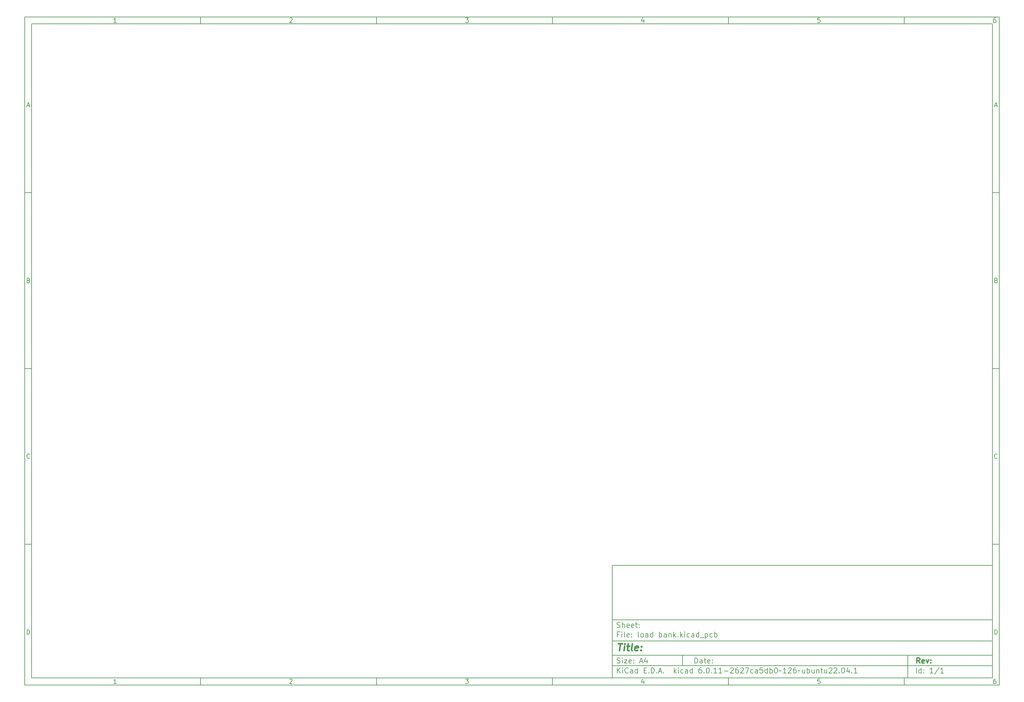
<source format=gbr>
%TF.GenerationSoftware,KiCad,Pcbnew,6.0.11-2627ca5db0~126~ubuntu22.04.1*%
%TF.CreationDate,2023-02-06T20:19:17-05:00*%
%TF.ProjectId,load bank,6c6f6164-2062-4616-9e6b-2e6b69636164,rev?*%
%TF.SameCoordinates,Original*%
%TF.FileFunction,Paste,Top*%
%TF.FilePolarity,Positive*%
%FSLAX46Y46*%
G04 Gerber Fmt 4.6, Leading zero omitted, Abs format (unit mm)*
G04 Created by KiCad (PCBNEW 6.0.11-2627ca5db0~126~ubuntu22.04.1) date 2023-02-06 20:19:17*
%MOMM*%
%LPD*%
G01*
G04 APERTURE LIST*
%ADD10C,0.100000*%
%ADD11C,0.150000*%
%ADD12C,0.300000*%
%ADD13C,0.400000*%
G04 APERTURE END LIST*
D10*
D11*
X177002200Y-166007200D02*
X177002200Y-198007200D01*
X285002200Y-198007200D01*
X285002200Y-166007200D01*
X177002200Y-166007200D01*
D10*
D11*
X10000000Y-10000000D02*
X10000000Y-200007200D01*
X287002200Y-200007200D01*
X287002200Y-10000000D01*
X10000000Y-10000000D01*
D10*
D11*
X12000000Y-12000000D02*
X12000000Y-198007200D01*
X285002200Y-198007200D01*
X285002200Y-12000000D01*
X12000000Y-12000000D01*
D10*
D11*
X60000000Y-12000000D02*
X60000000Y-10000000D01*
D10*
D11*
X110000000Y-12000000D02*
X110000000Y-10000000D01*
D10*
D11*
X160000000Y-12000000D02*
X160000000Y-10000000D01*
D10*
D11*
X210000000Y-12000000D02*
X210000000Y-10000000D01*
D10*
D11*
X260000000Y-12000000D02*
X260000000Y-10000000D01*
D10*
D11*
X36065476Y-11588095D02*
X35322619Y-11588095D01*
X35694047Y-11588095D02*
X35694047Y-10288095D01*
X35570238Y-10473809D01*
X35446428Y-10597619D01*
X35322619Y-10659523D01*
D10*
D11*
X85322619Y-10411904D02*
X85384523Y-10350000D01*
X85508333Y-10288095D01*
X85817857Y-10288095D01*
X85941666Y-10350000D01*
X86003571Y-10411904D01*
X86065476Y-10535714D01*
X86065476Y-10659523D01*
X86003571Y-10845238D01*
X85260714Y-11588095D01*
X86065476Y-11588095D01*
D10*
D11*
X135260714Y-10288095D02*
X136065476Y-10288095D01*
X135632142Y-10783333D01*
X135817857Y-10783333D01*
X135941666Y-10845238D01*
X136003571Y-10907142D01*
X136065476Y-11030952D01*
X136065476Y-11340476D01*
X136003571Y-11464285D01*
X135941666Y-11526190D01*
X135817857Y-11588095D01*
X135446428Y-11588095D01*
X135322619Y-11526190D01*
X135260714Y-11464285D01*
D10*
D11*
X185941666Y-10721428D02*
X185941666Y-11588095D01*
X185632142Y-10226190D02*
X185322619Y-11154761D01*
X186127380Y-11154761D01*
D10*
D11*
X236003571Y-10288095D02*
X235384523Y-10288095D01*
X235322619Y-10907142D01*
X235384523Y-10845238D01*
X235508333Y-10783333D01*
X235817857Y-10783333D01*
X235941666Y-10845238D01*
X236003571Y-10907142D01*
X236065476Y-11030952D01*
X236065476Y-11340476D01*
X236003571Y-11464285D01*
X235941666Y-11526190D01*
X235817857Y-11588095D01*
X235508333Y-11588095D01*
X235384523Y-11526190D01*
X235322619Y-11464285D01*
D10*
D11*
X285941666Y-10288095D02*
X285694047Y-10288095D01*
X285570238Y-10350000D01*
X285508333Y-10411904D01*
X285384523Y-10597619D01*
X285322619Y-10845238D01*
X285322619Y-11340476D01*
X285384523Y-11464285D01*
X285446428Y-11526190D01*
X285570238Y-11588095D01*
X285817857Y-11588095D01*
X285941666Y-11526190D01*
X286003571Y-11464285D01*
X286065476Y-11340476D01*
X286065476Y-11030952D01*
X286003571Y-10907142D01*
X285941666Y-10845238D01*
X285817857Y-10783333D01*
X285570238Y-10783333D01*
X285446428Y-10845238D01*
X285384523Y-10907142D01*
X285322619Y-11030952D01*
D10*
D11*
X60000000Y-198007200D02*
X60000000Y-200007200D01*
D10*
D11*
X110000000Y-198007200D02*
X110000000Y-200007200D01*
D10*
D11*
X160000000Y-198007200D02*
X160000000Y-200007200D01*
D10*
D11*
X210000000Y-198007200D02*
X210000000Y-200007200D01*
D10*
D11*
X260000000Y-198007200D02*
X260000000Y-200007200D01*
D10*
D11*
X36065476Y-199595295D02*
X35322619Y-199595295D01*
X35694047Y-199595295D02*
X35694047Y-198295295D01*
X35570238Y-198481009D01*
X35446428Y-198604819D01*
X35322619Y-198666723D01*
D10*
D11*
X85322619Y-198419104D02*
X85384523Y-198357200D01*
X85508333Y-198295295D01*
X85817857Y-198295295D01*
X85941666Y-198357200D01*
X86003571Y-198419104D01*
X86065476Y-198542914D01*
X86065476Y-198666723D01*
X86003571Y-198852438D01*
X85260714Y-199595295D01*
X86065476Y-199595295D01*
D10*
D11*
X135260714Y-198295295D02*
X136065476Y-198295295D01*
X135632142Y-198790533D01*
X135817857Y-198790533D01*
X135941666Y-198852438D01*
X136003571Y-198914342D01*
X136065476Y-199038152D01*
X136065476Y-199347676D01*
X136003571Y-199471485D01*
X135941666Y-199533390D01*
X135817857Y-199595295D01*
X135446428Y-199595295D01*
X135322619Y-199533390D01*
X135260714Y-199471485D01*
D10*
D11*
X185941666Y-198728628D02*
X185941666Y-199595295D01*
X185632142Y-198233390D02*
X185322619Y-199161961D01*
X186127380Y-199161961D01*
D10*
D11*
X236003571Y-198295295D02*
X235384523Y-198295295D01*
X235322619Y-198914342D01*
X235384523Y-198852438D01*
X235508333Y-198790533D01*
X235817857Y-198790533D01*
X235941666Y-198852438D01*
X236003571Y-198914342D01*
X236065476Y-199038152D01*
X236065476Y-199347676D01*
X236003571Y-199471485D01*
X235941666Y-199533390D01*
X235817857Y-199595295D01*
X235508333Y-199595295D01*
X235384523Y-199533390D01*
X235322619Y-199471485D01*
D10*
D11*
X285941666Y-198295295D02*
X285694047Y-198295295D01*
X285570238Y-198357200D01*
X285508333Y-198419104D01*
X285384523Y-198604819D01*
X285322619Y-198852438D01*
X285322619Y-199347676D01*
X285384523Y-199471485D01*
X285446428Y-199533390D01*
X285570238Y-199595295D01*
X285817857Y-199595295D01*
X285941666Y-199533390D01*
X286003571Y-199471485D01*
X286065476Y-199347676D01*
X286065476Y-199038152D01*
X286003571Y-198914342D01*
X285941666Y-198852438D01*
X285817857Y-198790533D01*
X285570238Y-198790533D01*
X285446428Y-198852438D01*
X285384523Y-198914342D01*
X285322619Y-199038152D01*
D10*
D11*
X10000000Y-60000000D02*
X12000000Y-60000000D01*
D10*
D11*
X10000000Y-110000000D02*
X12000000Y-110000000D01*
D10*
D11*
X10000000Y-160000000D02*
X12000000Y-160000000D01*
D10*
D11*
X10690476Y-35216666D02*
X11309523Y-35216666D01*
X10566666Y-35588095D02*
X11000000Y-34288095D01*
X11433333Y-35588095D01*
D10*
D11*
X11092857Y-84907142D02*
X11278571Y-84969047D01*
X11340476Y-85030952D01*
X11402380Y-85154761D01*
X11402380Y-85340476D01*
X11340476Y-85464285D01*
X11278571Y-85526190D01*
X11154761Y-85588095D01*
X10659523Y-85588095D01*
X10659523Y-84288095D01*
X11092857Y-84288095D01*
X11216666Y-84350000D01*
X11278571Y-84411904D01*
X11340476Y-84535714D01*
X11340476Y-84659523D01*
X11278571Y-84783333D01*
X11216666Y-84845238D01*
X11092857Y-84907142D01*
X10659523Y-84907142D01*
D10*
D11*
X11402380Y-135464285D02*
X11340476Y-135526190D01*
X11154761Y-135588095D01*
X11030952Y-135588095D01*
X10845238Y-135526190D01*
X10721428Y-135402380D01*
X10659523Y-135278571D01*
X10597619Y-135030952D01*
X10597619Y-134845238D01*
X10659523Y-134597619D01*
X10721428Y-134473809D01*
X10845238Y-134350000D01*
X11030952Y-134288095D01*
X11154761Y-134288095D01*
X11340476Y-134350000D01*
X11402380Y-134411904D01*
D10*
D11*
X10659523Y-185588095D02*
X10659523Y-184288095D01*
X10969047Y-184288095D01*
X11154761Y-184350000D01*
X11278571Y-184473809D01*
X11340476Y-184597619D01*
X11402380Y-184845238D01*
X11402380Y-185030952D01*
X11340476Y-185278571D01*
X11278571Y-185402380D01*
X11154761Y-185526190D01*
X10969047Y-185588095D01*
X10659523Y-185588095D01*
D10*
D11*
X287002200Y-60000000D02*
X285002200Y-60000000D01*
D10*
D11*
X287002200Y-110000000D02*
X285002200Y-110000000D01*
D10*
D11*
X287002200Y-160000000D02*
X285002200Y-160000000D01*
D10*
D11*
X285692676Y-35216666D02*
X286311723Y-35216666D01*
X285568866Y-35588095D02*
X286002200Y-34288095D01*
X286435533Y-35588095D01*
D10*
D11*
X286095057Y-84907142D02*
X286280771Y-84969047D01*
X286342676Y-85030952D01*
X286404580Y-85154761D01*
X286404580Y-85340476D01*
X286342676Y-85464285D01*
X286280771Y-85526190D01*
X286156961Y-85588095D01*
X285661723Y-85588095D01*
X285661723Y-84288095D01*
X286095057Y-84288095D01*
X286218866Y-84350000D01*
X286280771Y-84411904D01*
X286342676Y-84535714D01*
X286342676Y-84659523D01*
X286280771Y-84783333D01*
X286218866Y-84845238D01*
X286095057Y-84907142D01*
X285661723Y-84907142D01*
D10*
D11*
X286404580Y-135464285D02*
X286342676Y-135526190D01*
X286156961Y-135588095D01*
X286033152Y-135588095D01*
X285847438Y-135526190D01*
X285723628Y-135402380D01*
X285661723Y-135278571D01*
X285599819Y-135030952D01*
X285599819Y-134845238D01*
X285661723Y-134597619D01*
X285723628Y-134473809D01*
X285847438Y-134350000D01*
X286033152Y-134288095D01*
X286156961Y-134288095D01*
X286342676Y-134350000D01*
X286404580Y-134411904D01*
D10*
D11*
X285661723Y-185588095D02*
X285661723Y-184288095D01*
X285971247Y-184288095D01*
X286156961Y-184350000D01*
X286280771Y-184473809D01*
X286342676Y-184597619D01*
X286404580Y-184845238D01*
X286404580Y-185030952D01*
X286342676Y-185278571D01*
X286280771Y-185402380D01*
X286156961Y-185526190D01*
X285971247Y-185588095D01*
X285661723Y-185588095D01*
D10*
D11*
X200434342Y-193785771D02*
X200434342Y-192285771D01*
X200791485Y-192285771D01*
X201005771Y-192357200D01*
X201148628Y-192500057D01*
X201220057Y-192642914D01*
X201291485Y-192928628D01*
X201291485Y-193142914D01*
X201220057Y-193428628D01*
X201148628Y-193571485D01*
X201005771Y-193714342D01*
X200791485Y-193785771D01*
X200434342Y-193785771D01*
X202577200Y-193785771D02*
X202577200Y-193000057D01*
X202505771Y-192857200D01*
X202362914Y-192785771D01*
X202077200Y-192785771D01*
X201934342Y-192857200D01*
X202577200Y-193714342D02*
X202434342Y-193785771D01*
X202077200Y-193785771D01*
X201934342Y-193714342D01*
X201862914Y-193571485D01*
X201862914Y-193428628D01*
X201934342Y-193285771D01*
X202077200Y-193214342D01*
X202434342Y-193214342D01*
X202577200Y-193142914D01*
X203077200Y-192785771D02*
X203648628Y-192785771D01*
X203291485Y-192285771D02*
X203291485Y-193571485D01*
X203362914Y-193714342D01*
X203505771Y-193785771D01*
X203648628Y-193785771D01*
X204720057Y-193714342D02*
X204577200Y-193785771D01*
X204291485Y-193785771D01*
X204148628Y-193714342D01*
X204077200Y-193571485D01*
X204077200Y-193000057D01*
X204148628Y-192857200D01*
X204291485Y-192785771D01*
X204577200Y-192785771D01*
X204720057Y-192857200D01*
X204791485Y-193000057D01*
X204791485Y-193142914D01*
X204077200Y-193285771D01*
X205434342Y-193642914D02*
X205505771Y-193714342D01*
X205434342Y-193785771D01*
X205362914Y-193714342D01*
X205434342Y-193642914D01*
X205434342Y-193785771D01*
X205434342Y-192857200D02*
X205505771Y-192928628D01*
X205434342Y-193000057D01*
X205362914Y-192928628D01*
X205434342Y-192857200D01*
X205434342Y-193000057D01*
D10*
D11*
X177002200Y-194507200D02*
X285002200Y-194507200D01*
D10*
D11*
X178434342Y-196585771D02*
X178434342Y-195085771D01*
X179291485Y-196585771D02*
X178648628Y-195728628D01*
X179291485Y-195085771D02*
X178434342Y-195942914D01*
X179934342Y-196585771D02*
X179934342Y-195585771D01*
X179934342Y-195085771D02*
X179862914Y-195157200D01*
X179934342Y-195228628D01*
X180005771Y-195157200D01*
X179934342Y-195085771D01*
X179934342Y-195228628D01*
X181505771Y-196442914D02*
X181434342Y-196514342D01*
X181220057Y-196585771D01*
X181077200Y-196585771D01*
X180862914Y-196514342D01*
X180720057Y-196371485D01*
X180648628Y-196228628D01*
X180577200Y-195942914D01*
X180577200Y-195728628D01*
X180648628Y-195442914D01*
X180720057Y-195300057D01*
X180862914Y-195157200D01*
X181077200Y-195085771D01*
X181220057Y-195085771D01*
X181434342Y-195157200D01*
X181505771Y-195228628D01*
X182791485Y-196585771D02*
X182791485Y-195800057D01*
X182720057Y-195657200D01*
X182577200Y-195585771D01*
X182291485Y-195585771D01*
X182148628Y-195657200D01*
X182791485Y-196514342D02*
X182648628Y-196585771D01*
X182291485Y-196585771D01*
X182148628Y-196514342D01*
X182077200Y-196371485D01*
X182077200Y-196228628D01*
X182148628Y-196085771D01*
X182291485Y-196014342D01*
X182648628Y-196014342D01*
X182791485Y-195942914D01*
X184148628Y-196585771D02*
X184148628Y-195085771D01*
X184148628Y-196514342D02*
X184005771Y-196585771D01*
X183720057Y-196585771D01*
X183577200Y-196514342D01*
X183505771Y-196442914D01*
X183434342Y-196300057D01*
X183434342Y-195871485D01*
X183505771Y-195728628D01*
X183577200Y-195657200D01*
X183720057Y-195585771D01*
X184005771Y-195585771D01*
X184148628Y-195657200D01*
X186005771Y-195800057D02*
X186505771Y-195800057D01*
X186720057Y-196585771D02*
X186005771Y-196585771D01*
X186005771Y-195085771D01*
X186720057Y-195085771D01*
X187362914Y-196442914D02*
X187434342Y-196514342D01*
X187362914Y-196585771D01*
X187291485Y-196514342D01*
X187362914Y-196442914D01*
X187362914Y-196585771D01*
X188077200Y-196585771D02*
X188077200Y-195085771D01*
X188434342Y-195085771D01*
X188648628Y-195157200D01*
X188791485Y-195300057D01*
X188862914Y-195442914D01*
X188934342Y-195728628D01*
X188934342Y-195942914D01*
X188862914Y-196228628D01*
X188791485Y-196371485D01*
X188648628Y-196514342D01*
X188434342Y-196585771D01*
X188077200Y-196585771D01*
X189577200Y-196442914D02*
X189648628Y-196514342D01*
X189577200Y-196585771D01*
X189505771Y-196514342D01*
X189577200Y-196442914D01*
X189577200Y-196585771D01*
X190220057Y-196157200D02*
X190934342Y-196157200D01*
X190077200Y-196585771D02*
X190577200Y-195085771D01*
X191077200Y-196585771D01*
X191577200Y-196442914D02*
X191648628Y-196514342D01*
X191577200Y-196585771D01*
X191505771Y-196514342D01*
X191577200Y-196442914D01*
X191577200Y-196585771D01*
X194577200Y-196585771D02*
X194577200Y-195085771D01*
X194720057Y-196014342D02*
X195148628Y-196585771D01*
X195148628Y-195585771D02*
X194577200Y-196157200D01*
X195791485Y-196585771D02*
X195791485Y-195585771D01*
X195791485Y-195085771D02*
X195720057Y-195157200D01*
X195791485Y-195228628D01*
X195862914Y-195157200D01*
X195791485Y-195085771D01*
X195791485Y-195228628D01*
X197148628Y-196514342D02*
X197005771Y-196585771D01*
X196720057Y-196585771D01*
X196577200Y-196514342D01*
X196505771Y-196442914D01*
X196434342Y-196300057D01*
X196434342Y-195871485D01*
X196505771Y-195728628D01*
X196577200Y-195657200D01*
X196720057Y-195585771D01*
X197005771Y-195585771D01*
X197148628Y-195657200D01*
X198434342Y-196585771D02*
X198434342Y-195800057D01*
X198362914Y-195657200D01*
X198220057Y-195585771D01*
X197934342Y-195585771D01*
X197791485Y-195657200D01*
X198434342Y-196514342D02*
X198291485Y-196585771D01*
X197934342Y-196585771D01*
X197791485Y-196514342D01*
X197720057Y-196371485D01*
X197720057Y-196228628D01*
X197791485Y-196085771D01*
X197934342Y-196014342D01*
X198291485Y-196014342D01*
X198434342Y-195942914D01*
X199791485Y-196585771D02*
X199791485Y-195085771D01*
X199791485Y-196514342D02*
X199648628Y-196585771D01*
X199362914Y-196585771D01*
X199220057Y-196514342D01*
X199148628Y-196442914D01*
X199077200Y-196300057D01*
X199077200Y-195871485D01*
X199148628Y-195728628D01*
X199220057Y-195657200D01*
X199362914Y-195585771D01*
X199648628Y-195585771D01*
X199791485Y-195657200D01*
X202291485Y-195085771D02*
X202005771Y-195085771D01*
X201862914Y-195157200D01*
X201791485Y-195228628D01*
X201648628Y-195442914D01*
X201577200Y-195728628D01*
X201577200Y-196300057D01*
X201648628Y-196442914D01*
X201720057Y-196514342D01*
X201862914Y-196585771D01*
X202148628Y-196585771D01*
X202291485Y-196514342D01*
X202362914Y-196442914D01*
X202434342Y-196300057D01*
X202434342Y-195942914D01*
X202362914Y-195800057D01*
X202291485Y-195728628D01*
X202148628Y-195657200D01*
X201862914Y-195657200D01*
X201720057Y-195728628D01*
X201648628Y-195800057D01*
X201577200Y-195942914D01*
X203077200Y-196442914D02*
X203148628Y-196514342D01*
X203077200Y-196585771D01*
X203005771Y-196514342D01*
X203077200Y-196442914D01*
X203077200Y-196585771D01*
X204077200Y-195085771D02*
X204220057Y-195085771D01*
X204362914Y-195157200D01*
X204434342Y-195228628D01*
X204505771Y-195371485D01*
X204577200Y-195657200D01*
X204577200Y-196014342D01*
X204505771Y-196300057D01*
X204434342Y-196442914D01*
X204362914Y-196514342D01*
X204220057Y-196585771D01*
X204077200Y-196585771D01*
X203934342Y-196514342D01*
X203862914Y-196442914D01*
X203791485Y-196300057D01*
X203720057Y-196014342D01*
X203720057Y-195657200D01*
X203791485Y-195371485D01*
X203862914Y-195228628D01*
X203934342Y-195157200D01*
X204077200Y-195085771D01*
X205220057Y-196442914D02*
X205291485Y-196514342D01*
X205220057Y-196585771D01*
X205148628Y-196514342D01*
X205220057Y-196442914D01*
X205220057Y-196585771D01*
X206720057Y-196585771D02*
X205862914Y-196585771D01*
X206291485Y-196585771D02*
X206291485Y-195085771D01*
X206148628Y-195300057D01*
X206005771Y-195442914D01*
X205862914Y-195514342D01*
X208148628Y-196585771D02*
X207291485Y-196585771D01*
X207720057Y-196585771D02*
X207720057Y-195085771D01*
X207577200Y-195300057D01*
X207434342Y-195442914D01*
X207291485Y-195514342D01*
X208791485Y-196014342D02*
X209934342Y-196014342D01*
X210577200Y-195228628D02*
X210648628Y-195157200D01*
X210791485Y-195085771D01*
X211148628Y-195085771D01*
X211291485Y-195157200D01*
X211362914Y-195228628D01*
X211434342Y-195371485D01*
X211434342Y-195514342D01*
X211362914Y-195728628D01*
X210505771Y-196585771D01*
X211434342Y-196585771D01*
X212720057Y-195085771D02*
X212434342Y-195085771D01*
X212291485Y-195157200D01*
X212220057Y-195228628D01*
X212077200Y-195442914D01*
X212005771Y-195728628D01*
X212005771Y-196300057D01*
X212077200Y-196442914D01*
X212148628Y-196514342D01*
X212291485Y-196585771D01*
X212577200Y-196585771D01*
X212720057Y-196514342D01*
X212791485Y-196442914D01*
X212862914Y-196300057D01*
X212862914Y-195942914D01*
X212791485Y-195800057D01*
X212720057Y-195728628D01*
X212577200Y-195657200D01*
X212291485Y-195657200D01*
X212148628Y-195728628D01*
X212077200Y-195800057D01*
X212005771Y-195942914D01*
X213434342Y-195228628D02*
X213505771Y-195157200D01*
X213648628Y-195085771D01*
X214005771Y-195085771D01*
X214148628Y-195157200D01*
X214220057Y-195228628D01*
X214291485Y-195371485D01*
X214291485Y-195514342D01*
X214220057Y-195728628D01*
X213362914Y-196585771D01*
X214291485Y-196585771D01*
X214791485Y-195085771D02*
X215791485Y-195085771D01*
X215148628Y-196585771D01*
X217005771Y-196514342D02*
X216862914Y-196585771D01*
X216577200Y-196585771D01*
X216434342Y-196514342D01*
X216362914Y-196442914D01*
X216291485Y-196300057D01*
X216291485Y-195871485D01*
X216362914Y-195728628D01*
X216434342Y-195657200D01*
X216577200Y-195585771D01*
X216862914Y-195585771D01*
X217005771Y-195657200D01*
X218291485Y-196585771D02*
X218291485Y-195800057D01*
X218220057Y-195657200D01*
X218077200Y-195585771D01*
X217791485Y-195585771D01*
X217648628Y-195657200D01*
X218291485Y-196514342D02*
X218148628Y-196585771D01*
X217791485Y-196585771D01*
X217648628Y-196514342D01*
X217577200Y-196371485D01*
X217577200Y-196228628D01*
X217648628Y-196085771D01*
X217791485Y-196014342D01*
X218148628Y-196014342D01*
X218291485Y-195942914D01*
X219720057Y-195085771D02*
X219005771Y-195085771D01*
X218934342Y-195800057D01*
X219005771Y-195728628D01*
X219148628Y-195657200D01*
X219505771Y-195657200D01*
X219648628Y-195728628D01*
X219720057Y-195800057D01*
X219791485Y-195942914D01*
X219791485Y-196300057D01*
X219720057Y-196442914D01*
X219648628Y-196514342D01*
X219505771Y-196585771D01*
X219148628Y-196585771D01*
X219005771Y-196514342D01*
X218934342Y-196442914D01*
X221077200Y-196585771D02*
X221077200Y-195085771D01*
X221077200Y-196514342D02*
X220934342Y-196585771D01*
X220648628Y-196585771D01*
X220505771Y-196514342D01*
X220434342Y-196442914D01*
X220362914Y-196300057D01*
X220362914Y-195871485D01*
X220434342Y-195728628D01*
X220505771Y-195657200D01*
X220648628Y-195585771D01*
X220934342Y-195585771D01*
X221077200Y-195657200D01*
X221791485Y-196585771D02*
X221791485Y-195085771D01*
X221791485Y-195657200D02*
X221934342Y-195585771D01*
X222220057Y-195585771D01*
X222362914Y-195657200D01*
X222434342Y-195728628D01*
X222505771Y-195871485D01*
X222505771Y-196300057D01*
X222434342Y-196442914D01*
X222362914Y-196514342D01*
X222220057Y-196585771D01*
X221934342Y-196585771D01*
X221791485Y-196514342D01*
X223434342Y-195085771D02*
X223577200Y-195085771D01*
X223720057Y-195157200D01*
X223791485Y-195228628D01*
X223862914Y-195371485D01*
X223934342Y-195657200D01*
X223934342Y-196014342D01*
X223862914Y-196300057D01*
X223791485Y-196442914D01*
X223720057Y-196514342D01*
X223577200Y-196585771D01*
X223434342Y-196585771D01*
X223291485Y-196514342D01*
X223220057Y-196442914D01*
X223148628Y-196300057D01*
X223077200Y-196014342D01*
X223077200Y-195657200D01*
X223148628Y-195371485D01*
X223220057Y-195228628D01*
X223291485Y-195157200D01*
X223434342Y-195085771D01*
X224362914Y-196014342D02*
X224434342Y-195942914D01*
X224577200Y-195871485D01*
X224862914Y-196014342D01*
X225005771Y-195942914D01*
X225077200Y-195871485D01*
X226434342Y-196585771D02*
X225577200Y-196585771D01*
X226005771Y-196585771D02*
X226005771Y-195085771D01*
X225862914Y-195300057D01*
X225720057Y-195442914D01*
X225577200Y-195514342D01*
X227005771Y-195228628D02*
X227077200Y-195157200D01*
X227220057Y-195085771D01*
X227577200Y-195085771D01*
X227720057Y-195157200D01*
X227791485Y-195228628D01*
X227862914Y-195371485D01*
X227862914Y-195514342D01*
X227791485Y-195728628D01*
X226934342Y-196585771D01*
X227862914Y-196585771D01*
X229148628Y-195085771D02*
X228862914Y-195085771D01*
X228720057Y-195157200D01*
X228648628Y-195228628D01*
X228505771Y-195442914D01*
X228434342Y-195728628D01*
X228434342Y-196300057D01*
X228505771Y-196442914D01*
X228577199Y-196514342D01*
X228720057Y-196585771D01*
X229005771Y-196585771D01*
X229148628Y-196514342D01*
X229220057Y-196442914D01*
X229291485Y-196300057D01*
X229291485Y-195942914D01*
X229220057Y-195800057D01*
X229148628Y-195728628D01*
X229005771Y-195657200D01*
X228720057Y-195657200D01*
X228577199Y-195728628D01*
X228505771Y-195800057D01*
X228434342Y-195942914D01*
X229720057Y-196014342D02*
X229791485Y-195942914D01*
X229934342Y-195871485D01*
X230220057Y-196014342D01*
X230362914Y-195942914D01*
X230434342Y-195871485D01*
X231648628Y-195585771D02*
X231648628Y-196585771D01*
X231005771Y-195585771D02*
X231005771Y-196371485D01*
X231077199Y-196514342D01*
X231220057Y-196585771D01*
X231434342Y-196585771D01*
X231577199Y-196514342D01*
X231648628Y-196442914D01*
X232362914Y-196585771D02*
X232362914Y-195085771D01*
X232362914Y-195657200D02*
X232505771Y-195585771D01*
X232791485Y-195585771D01*
X232934342Y-195657200D01*
X233005771Y-195728628D01*
X233077200Y-195871485D01*
X233077200Y-196300057D01*
X233005771Y-196442914D01*
X232934342Y-196514342D01*
X232791485Y-196585771D01*
X232505771Y-196585771D01*
X232362914Y-196514342D01*
X234362914Y-195585771D02*
X234362914Y-196585771D01*
X233720057Y-195585771D02*
X233720057Y-196371485D01*
X233791485Y-196514342D01*
X233934342Y-196585771D01*
X234148628Y-196585771D01*
X234291485Y-196514342D01*
X234362914Y-196442914D01*
X235077200Y-195585771D02*
X235077200Y-196585771D01*
X235077200Y-195728628D02*
X235148628Y-195657200D01*
X235291485Y-195585771D01*
X235505771Y-195585771D01*
X235648628Y-195657200D01*
X235720057Y-195800057D01*
X235720057Y-196585771D01*
X236220057Y-195585771D02*
X236791485Y-195585771D01*
X236434342Y-195085771D02*
X236434342Y-196371485D01*
X236505771Y-196514342D01*
X236648628Y-196585771D01*
X236791485Y-196585771D01*
X237934342Y-195585771D02*
X237934342Y-196585771D01*
X237291485Y-195585771D02*
X237291485Y-196371485D01*
X237362914Y-196514342D01*
X237505771Y-196585771D01*
X237720057Y-196585771D01*
X237862914Y-196514342D01*
X237934342Y-196442914D01*
X238577200Y-195228628D02*
X238648628Y-195157200D01*
X238791485Y-195085771D01*
X239148628Y-195085771D01*
X239291485Y-195157200D01*
X239362914Y-195228628D01*
X239434342Y-195371485D01*
X239434342Y-195514342D01*
X239362914Y-195728628D01*
X238505771Y-196585771D01*
X239434342Y-196585771D01*
X240005771Y-195228628D02*
X240077200Y-195157200D01*
X240220057Y-195085771D01*
X240577200Y-195085771D01*
X240720057Y-195157200D01*
X240791485Y-195228628D01*
X240862914Y-195371485D01*
X240862914Y-195514342D01*
X240791485Y-195728628D01*
X239934342Y-196585771D01*
X240862914Y-196585771D01*
X241505771Y-196442914D02*
X241577199Y-196514342D01*
X241505771Y-196585771D01*
X241434342Y-196514342D01*
X241505771Y-196442914D01*
X241505771Y-196585771D01*
X242505771Y-195085771D02*
X242648628Y-195085771D01*
X242791485Y-195157200D01*
X242862914Y-195228628D01*
X242934342Y-195371485D01*
X243005771Y-195657200D01*
X243005771Y-196014342D01*
X242934342Y-196300057D01*
X242862914Y-196442914D01*
X242791485Y-196514342D01*
X242648628Y-196585771D01*
X242505771Y-196585771D01*
X242362914Y-196514342D01*
X242291485Y-196442914D01*
X242220057Y-196300057D01*
X242148628Y-196014342D01*
X242148628Y-195657200D01*
X242220057Y-195371485D01*
X242291485Y-195228628D01*
X242362914Y-195157200D01*
X242505771Y-195085771D01*
X244291485Y-195585771D02*
X244291485Y-196585771D01*
X243934342Y-195014342D02*
X243577199Y-196085771D01*
X244505771Y-196085771D01*
X245077199Y-196442914D02*
X245148628Y-196514342D01*
X245077199Y-196585771D01*
X245005771Y-196514342D01*
X245077199Y-196442914D01*
X245077199Y-196585771D01*
X246577200Y-196585771D02*
X245720057Y-196585771D01*
X246148628Y-196585771D02*
X246148628Y-195085771D01*
X246005771Y-195300057D01*
X245862914Y-195442914D01*
X245720057Y-195514342D01*
D10*
D11*
X177002200Y-191507200D02*
X285002200Y-191507200D01*
D10*
D12*
X264411485Y-193785771D02*
X263911485Y-193071485D01*
X263554342Y-193785771D02*
X263554342Y-192285771D01*
X264125771Y-192285771D01*
X264268628Y-192357200D01*
X264340057Y-192428628D01*
X264411485Y-192571485D01*
X264411485Y-192785771D01*
X264340057Y-192928628D01*
X264268628Y-193000057D01*
X264125771Y-193071485D01*
X263554342Y-193071485D01*
X265625771Y-193714342D02*
X265482914Y-193785771D01*
X265197200Y-193785771D01*
X265054342Y-193714342D01*
X264982914Y-193571485D01*
X264982914Y-193000057D01*
X265054342Y-192857200D01*
X265197200Y-192785771D01*
X265482914Y-192785771D01*
X265625771Y-192857200D01*
X265697200Y-193000057D01*
X265697200Y-193142914D01*
X264982914Y-193285771D01*
X266197200Y-192785771D02*
X266554342Y-193785771D01*
X266911485Y-192785771D01*
X267482914Y-193642914D02*
X267554342Y-193714342D01*
X267482914Y-193785771D01*
X267411485Y-193714342D01*
X267482914Y-193642914D01*
X267482914Y-193785771D01*
X267482914Y-192857200D02*
X267554342Y-192928628D01*
X267482914Y-193000057D01*
X267411485Y-192928628D01*
X267482914Y-192857200D01*
X267482914Y-193000057D01*
D10*
D11*
X178362914Y-193714342D02*
X178577200Y-193785771D01*
X178934342Y-193785771D01*
X179077200Y-193714342D01*
X179148628Y-193642914D01*
X179220057Y-193500057D01*
X179220057Y-193357200D01*
X179148628Y-193214342D01*
X179077200Y-193142914D01*
X178934342Y-193071485D01*
X178648628Y-193000057D01*
X178505771Y-192928628D01*
X178434342Y-192857200D01*
X178362914Y-192714342D01*
X178362914Y-192571485D01*
X178434342Y-192428628D01*
X178505771Y-192357200D01*
X178648628Y-192285771D01*
X179005771Y-192285771D01*
X179220057Y-192357200D01*
X179862914Y-193785771D02*
X179862914Y-192785771D01*
X179862914Y-192285771D02*
X179791485Y-192357200D01*
X179862914Y-192428628D01*
X179934342Y-192357200D01*
X179862914Y-192285771D01*
X179862914Y-192428628D01*
X180434342Y-192785771D02*
X181220057Y-192785771D01*
X180434342Y-193785771D01*
X181220057Y-193785771D01*
X182362914Y-193714342D02*
X182220057Y-193785771D01*
X181934342Y-193785771D01*
X181791485Y-193714342D01*
X181720057Y-193571485D01*
X181720057Y-193000057D01*
X181791485Y-192857200D01*
X181934342Y-192785771D01*
X182220057Y-192785771D01*
X182362914Y-192857200D01*
X182434342Y-193000057D01*
X182434342Y-193142914D01*
X181720057Y-193285771D01*
X183077200Y-193642914D02*
X183148628Y-193714342D01*
X183077200Y-193785771D01*
X183005771Y-193714342D01*
X183077200Y-193642914D01*
X183077200Y-193785771D01*
X183077200Y-192857200D02*
X183148628Y-192928628D01*
X183077200Y-193000057D01*
X183005771Y-192928628D01*
X183077200Y-192857200D01*
X183077200Y-193000057D01*
X184862914Y-193357200D02*
X185577200Y-193357200D01*
X184720057Y-193785771D02*
X185220057Y-192285771D01*
X185720057Y-193785771D01*
X186862914Y-192785771D02*
X186862914Y-193785771D01*
X186505771Y-192214342D02*
X186148628Y-193285771D01*
X187077200Y-193285771D01*
D10*
D11*
X263434342Y-196585771D02*
X263434342Y-195085771D01*
X264791485Y-196585771D02*
X264791485Y-195085771D01*
X264791485Y-196514342D02*
X264648628Y-196585771D01*
X264362914Y-196585771D01*
X264220057Y-196514342D01*
X264148628Y-196442914D01*
X264077200Y-196300057D01*
X264077200Y-195871485D01*
X264148628Y-195728628D01*
X264220057Y-195657200D01*
X264362914Y-195585771D01*
X264648628Y-195585771D01*
X264791485Y-195657200D01*
X265505771Y-196442914D02*
X265577200Y-196514342D01*
X265505771Y-196585771D01*
X265434342Y-196514342D01*
X265505771Y-196442914D01*
X265505771Y-196585771D01*
X265505771Y-195657200D02*
X265577200Y-195728628D01*
X265505771Y-195800057D01*
X265434342Y-195728628D01*
X265505771Y-195657200D01*
X265505771Y-195800057D01*
X268148628Y-196585771D02*
X267291485Y-196585771D01*
X267720057Y-196585771D02*
X267720057Y-195085771D01*
X267577200Y-195300057D01*
X267434342Y-195442914D01*
X267291485Y-195514342D01*
X269862914Y-195014342D02*
X268577200Y-196942914D01*
X271148628Y-196585771D02*
X270291485Y-196585771D01*
X270720057Y-196585771D02*
X270720057Y-195085771D01*
X270577200Y-195300057D01*
X270434342Y-195442914D01*
X270291485Y-195514342D01*
D10*
D11*
X177002200Y-187507200D02*
X285002200Y-187507200D01*
D10*
D13*
X178714580Y-188211961D02*
X179857438Y-188211961D01*
X179036009Y-190211961D02*
X179286009Y-188211961D01*
X180274104Y-190211961D02*
X180440771Y-188878628D01*
X180524104Y-188211961D02*
X180416961Y-188307200D01*
X180500295Y-188402438D01*
X180607438Y-188307200D01*
X180524104Y-188211961D01*
X180500295Y-188402438D01*
X181107438Y-188878628D02*
X181869342Y-188878628D01*
X181476485Y-188211961D02*
X181262200Y-189926247D01*
X181333628Y-190116723D01*
X181512200Y-190211961D01*
X181702676Y-190211961D01*
X182655057Y-190211961D02*
X182476485Y-190116723D01*
X182405057Y-189926247D01*
X182619342Y-188211961D01*
X184190771Y-190116723D02*
X183988390Y-190211961D01*
X183607438Y-190211961D01*
X183428866Y-190116723D01*
X183357438Y-189926247D01*
X183452676Y-189164342D01*
X183571723Y-188973866D01*
X183774104Y-188878628D01*
X184155057Y-188878628D01*
X184333628Y-188973866D01*
X184405057Y-189164342D01*
X184381247Y-189354819D01*
X183405057Y-189545295D01*
X185155057Y-190021485D02*
X185238390Y-190116723D01*
X185131247Y-190211961D01*
X185047914Y-190116723D01*
X185155057Y-190021485D01*
X185131247Y-190211961D01*
X185286009Y-188973866D02*
X185369342Y-189069104D01*
X185262200Y-189164342D01*
X185178866Y-189069104D01*
X185286009Y-188973866D01*
X185262200Y-189164342D01*
D10*
D11*
X178934342Y-185600057D02*
X178434342Y-185600057D01*
X178434342Y-186385771D02*
X178434342Y-184885771D01*
X179148628Y-184885771D01*
X179720057Y-186385771D02*
X179720057Y-185385771D01*
X179720057Y-184885771D02*
X179648628Y-184957200D01*
X179720057Y-185028628D01*
X179791485Y-184957200D01*
X179720057Y-184885771D01*
X179720057Y-185028628D01*
X180648628Y-186385771D02*
X180505771Y-186314342D01*
X180434342Y-186171485D01*
X180434342Y-184885771D01*
X181791485Y-186314342D02*
X181648628Y-186385771D01*
X181362914Y-186385771D01*
X181220057Y-186314342D01*
X181148628Y-186171485D01*
X181148628Y-185600057D01*
X181220057Y-185457200D01*
X181362914Y-185385771D01*
X181648628Y-185385771D01*
X181791485Y-185457200D01*
X181862914Y-185600057D01*
X181862914Y-185742914D01*
X181148628Y-185885771D01*
X182505771Y-186242914D02*
X182577200Y-186314342D01*
X182505771Y-186385771D01*
X182434342Y-186314342D01*
X182505771Y-186242914D01*
X182505771Y-186385771D01*
X182505771Y-185457200D02*
X182577200Y-185528628D01*
X182505771Y-185600057D01*
X182434342Y-185528628D01*
X182505771Y-185457200D01*
X182505771Y-185600057D01*
X184577200Y-186385771D02*
X184434342Y-186314342D01*
X184362914Y-186171485D01*
X184362914Y-184885771D01*
X185362914Y-186385771D02*
X185220057Y-186314342D01*
X185148628Y-186242914D01*
X185077200Y-186100057D01*
X185077200Y-185671485D01*
X185148628Y-185528628D01*
X185220057Y-185457200D01*
X185362914Y-185385771D01*
X185577200Y-185385771D01*
X185720057Y-185457200D01*
X185791485Y-185528628D01*
X185862914Y-185671485D01*
X185862914Y-186100057D01*
X185791485Y-186242914D01*
X185720057Y-186314342D01*
X185577200Y-186385771D01*
X185362914Y-186385771D01*
X187148628Y-186385771D02*
X187148628Y-185600057D01*
X187077200Y-185457200D01*
X186934342Y-185385771D01*
X186648628Y-185385771D01*
X186505771Y-185457200D01*
X187148628Y-186314342D02*
X187005771Y-186385771D01*
X186648628Y-186385771D01*
X186505771Y-186314342D01*
X186434342Y-186171485D01*
X186434342Y-186028628D01*
X186505771Y-185885771D01*
X186648628Y-185814342D01*
X187005771Y-185814342D01*
X187148628Y-185742914D01*
X188505771Y-186385771D02*
X188505771Y-184885771D01*
X188505771Y-186314342D02*
X188362914Y-186385771D01*
X188077200Y-186385771D01*
X187934342Y-186314342D01*
X187862914Y-186242914D01*
X187791485Y-186100057D01*
X187791485Y-185671485D01*
X187862914Y-185528628D01*
X187934342Y-185457200D01*
X188077200Y-185385771D01*
X188362914Y-185385771D01*
X188505771Y-185457200D01*
X190362914Y-186385771D02*
X190362914Y-184885771D01*
X190362914Y-185457200D02*
X190505771Y-185385771D01*
X190791485Y-185385771D01*
X190934342Y-185457200D01*
X191005771Y-185528628D01*
X191077200Y-185671485D01*
X191077200Y-186100057D01*
X191005771Y-186242914D01*
X190934342Y-186314342D01*
X190791485Y-186385771D01*
X190505771Y-186385771D01*
X190362914Y-186314342D01*
X192362914Y-186385771D02*
X192362914Y-185600057D01*
X192291485Y-185457200D01*
X192148628Y-185385771D01*
X191862914Y-185385771D01*
X191720057Y-185457200D01*
X192362914Y-186314342D02*
X192220057Y-186385771D01*
X191862914Y-186385771D01*
X191720057Y-186314342D01*
X191648628Y-186171485D01*
X191648628Y-186028628D01*
X191720057Y-185885771D01*
X191862914Y-185814342D01*
X192220057Y-185814342D01*
X192362914Y-185742914D01*
X193077200Y-185385771D02*
X193077200Y-186385771D01*
X193077200Y-185528628D02*
X193148628Y-185457200D01*
X193291485Y-185385771D01*
X193505771Y-185385771D01*
X193648628Y-185457200D01*
X193720057Y-185600057D01*
X193720057Y-186385771D01*
X194434342Y-186385771D02*
X194434342Y-184885771D01*
X194577200Y-185814342D02*
X195005771Y-186385771D01*
X195005771Y-185385771D02*
X194434342Y-185957200D01*
X195648628Y-186242914D02*
X195720057Y-186314342D01*
X195648628Y-186385771D01*
X195577200Y-186314342D01*
X195648628Y-186242914D01*
X195648628Y-186385771D01*
X196362914Y-186385771D02*
X196362914Y-184885771D01*
X196505771Y-185814342D02*
X196934342Y-186385771D01*
X196934342Y-185385771D02*
X196362914Y-185957200D01*
X197577200Y-186385771D02*
X197577200Y-185385771D01*
X197577200Y-184885771D02*
X197505771Y-184957200D01*
X197577200Y-185028628D01*
X197648628Y-184957200D01*
X197577200Y-184885771D01*
X197577200Y-185028628D01*
X198934342Y-186314342D02*
X198791485Y-186385771D01*
X198505771Y-186385771D01*
X198362914Y-186314342D01*
X198291485Y-186242914D01*
X198220057Y-186100057D01*
X198220057Y-185671485D01*
X198291485Y-185528628D01*
X198362914Y-185457200D01*
X198505771Y-185385771D01*
X198791485Y-185385771D01*
X198934342Y-185457200D01*
X200220057Y-186385771D02*
X200220057Y-185600057D01*
X200148628Y-185457200D01*
X200005771Y-185385771D01*
X199720057Y-185385771D01*
X199577200Y-185457200D01*
X200220057Y-186314342D02*
X200077200Y-186385771D01*
X199720057Y-186385771D01*
X199577200Y-186314342D01*
X199505771Y-186171485D01*
X199505771Y-186028628D01*
X199577200Y-185885771D01*
X199720057Y-185814342D01*
X200077200Y-185814342D01*
X200220057Y-185742914D01*
X201577200Y-186385771D02*
X201577200Y-184885771D01*
X201577200Y-186314342D02*
X201434342Y-186385771D01*
X201148628Y-186385771D01*
X201005771Y-186314342D01*
X200934342Y-186242914D01*
X200862914Y-186100057D01*
X200862914Y-185671485D01*
X200934342Y-185528628D01*
X201005771Y-185457200D01*
X201148628Y-185385771D01*
X201434342Y-185385771D01*
X201577200Y-185457200D01*
X201934342Y-186528628D02*
X203077200Y-186528628D01*
X203434342Y-185385771D02*
X203434342Y-186885771D01*
X203434342Y-185457200D02*
X203577200Y-185385771D01*
X203862914Y-185385771D01*
X204005771Y-185457200D01*
X204077200Y-185528628D01*
X204148628Y-185671485D01*
X204148628Y-186100057D01*
X204077200Y-186242914D01*
X204005771Y-186314342D01*
X203862914Y-186385771D01*
X203577200Y-186385771D01*
X203434342Y-186314342D01*
X205434342Y-186314342D02*
X205291485Y-186385771D01*
X205005771Y-186385771D01*
X204862914Y-186314342D01*
X204791485Y-186242914D01*
X204720057Y-186100057D01*
X204720057Y-185671485D01*
X204791485Y-185528628D01*
X204862914Y-185457200D01*
X205005771Y-185385771D01*
X205291485Y-185385771D01*
X205434342Y-185457200D01*
X206077200Y-186385771D02*
X206077200Y-184885771D01*
X206077200Y-185457200D02*
X206220057Y-185385771D01*
X206505771Y-185385771D01*
X206648628Y-185457200D01*
X206720057Y-185528628D01*
X206791485Y-185671485D01*
X206791485Y-186100057D01*
X206720057Y-186242914D01*
X206648628Y-186314342D01*
X206505771Y-186385771D01*
X206220057Y-186385771D01*
X206077200Y-186314342D01*
D10*
D11*
X177002200Y-181507200D02*
X285002200Y-181507200D01*
D10*
D11*
X178362914Y-183614342D02*
X178577200Y-183685771D01*
X178934342Y-183685771D01*
X179077200Y-183614342D01*
X179148628Y-183542914D01*
X179220057Y-183400057D01*
X179220057Y-183257200D01*
X179148628Y-183114342D01*
X179077200Y-183042914D01*
X178934342Y-182971485D01*
X178648628Y-182900057D01*
X178505771Y-182828628D01*
X178434342Y-182757200D01*
X178362914Y-182614342D01*
X178362914Y-182471485D01*
X178434342Y-182328628D01*
X178505771Y-182257200D01*
X178648628Y-182185771D01*
X179005771Y-182185771D01*
X179220057Y-182257200D01*
X179862914Y-183685771D02*
X179862914Y-182185771D01*
X180505771Y-183685771D02*
X180505771Y-182900057D01*
X180434342Y-182757200D01*
X180291485Y-182685771D01*
X180077200Y-182685771D01*
X179934342Y-182757200D01*
X179862914Y-182828628D01*
X181791485Y-183614342D02*
X181648628Y-183685771D01*
X181362914Y-183685771D01*
X181220057Y-183614342D01*
X181148628Y-183471485D01*
X181148628Y-182900057D01*
X181220057Y-182757200D01*
X181362914Y-182685771D01*
X181648628Y-182685771D01*
X181791485Y-182757200D01*
X181862914Y-182900057D01*
X181862914Y-183042914D01*
X181148628Y-183185771D01*
X183077200Y-183614342D02*
X182934342Y-183685771D01*
X182648628Y-183685771D01*
X182505771Y-183614342D01*
X182434342Y-183471485D01*
X182434342Y-182900057D01*
X182505771Y-182757200D01*
X182648628Y-182685771D01*
X182934342Y-182685771D01*
X183077200Y-182757200D01*
X183148628Y-182900057D01*
X183148628Y-183042914D01*
X182434342Y-183185771D01*
X183577200Y-182685771D02*
X184148628Y-182685771D01*
X183791485Y-182185771D02*
X183791485Y-183471485D01*
X183862914Y-183614342D01*
X184005771Y-183685771D01*
X184148628Y-183685771D01*
X184648628Y-183542914D02*
X184720057Y-183614342D01*
X184648628Y-183685771D01*
X184577200Y-183614342D01*
X184648628Y-183542914D01*
X184648628Y-183685771D01*
X184648628Y-182757200D02*
X184720057Y-182828628D01*
X184648628Y-182900057D01*
X184577200Y-182828628D01*
X184648628Y-182757200D01*
X184648628Y-182900057D01*
D10*
D12*
D10*
D11*
D10*
D11*
D10*
D11*
D10*
D11*
D10*
D11*
X197002200Y-191507200D02*
X197002200Y-194507200D01*
D10*
D11*
X261002200Y-191507200D02*
X261002200Y-198007200D01*
M02*

</source>
